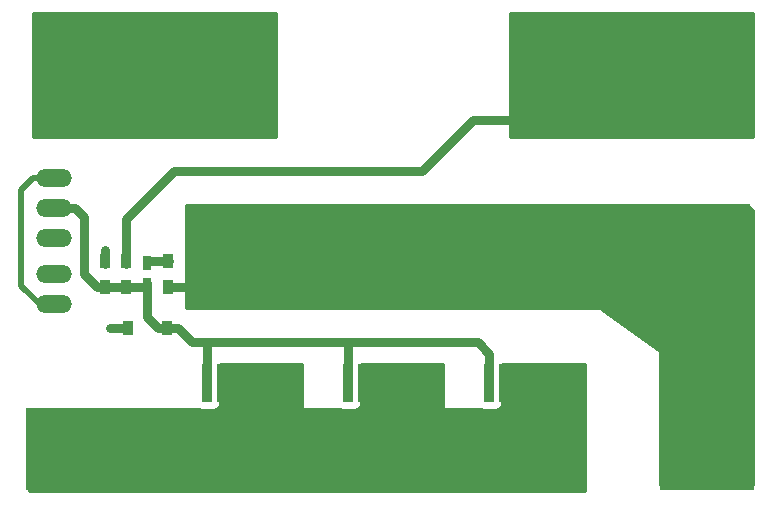
<source format=gbr>
G04 #@! TF.FileFunction,Copper,L1,Top,Signal*
%FSLAX46Y46*%
G04 Gerber Fmt 4.6, Leading zero omitted, Abs format (unit mm)*
G04 Created by KiCad (PCBNEW 4.0.2-stable) date 9/22/2016 9:13:19 PM*
%MOMM*%
G01*
G04 APERTURE LIST*
%ADD10C,0.100000*%
%ADD11O,3.014980X1.506220*%
%ADD12R,0.910000X1.220000*%
%ADD13C,2.000000*%
%ADD14R,10.800080X8.150860*%
%ADD15R,0.899160X3.200400*%
%ADD16R,0.750000X1.200000*%
%ADD17R,0.900000X1.200000*%
%ADD18R,8.000000X7.000000*%
%ADD19C,0.600000*%
%ADD20C,0.250000*%
%ADD21C,0.800000*%
%ADD22C,0.750000*%
%ADD23C,8.000000*%
%ADD24C,0.500000*%
%ADD25C,0.254000*%
G04 APERTURE END LIST*
D10*
D11*
X183362600Y-73380600D03*
X183362600Y-70840600D03*
X183362600Y-67818000D03*
X183362600Y-65278000D03*
X183362600Y-62738000D03*
D12*
X192897000Y-75438000D03*
X189627000Y-75438000D03*
D13*
X195730000Y-57810000D03*
X198270000Y-57810000D03*
X200810000Y-57810000D03*
X200810000Y-55270000D03*
X200810000Y-52730000D03*
X200810000Y-50190000D03*
X193190000Y-57810000D03*
X193190000Y-55270000D03*
X193190000Y-52730000D03*
X193190000Y-50190000D03*
X195730000Y-50190000D03*
X198270000Y-50190000D03*
X225730000Y-57810000D03*
X228270000Y-57810000D03*
X230810000Y-57810000D03*
X230810000Y-55270000D03*
X230810000Y-52730000D03*
X230810000Y-50190000D03*
X223190000Y-57810000D03*
X223190000Y-55270000D03*
X223190000Y-52730000D03*
X223190000Y-50190000D03*
X225730000Y-50190000D03*
X228270000Y-50190000D03*
D14*
X200152000Y-69537580D03*
D15*
X196342000Y-80139540D03*
X197612000Y-80139540D03*
X198882000Y-80139540D03*
X201422000Y-80139540D03*
X202692000Y-80139540D03*
X203962000Y-80139540D03*
D14*
X212090000Y-69537580D03*
D15*
X208280000Y-80139540D03*
X209550000Y-80139540D03*
X210820000Y-80139540D03*
X213360000Y-80139540D03*
X214630000Y-80139540D03*
X215900000Y-80139540D03*
D14*
X224028000Y-69537580D03*
D15*
X220218000Y-80139540D03*
X221488000Y-80139540D03*
X222758000Y-80139540D03*
X225298000Y-80139540D03*
X226568000Y-80139540D03*
X227838000Y-80139540D03*
D16*
X191262000Y-69916000D03*
X191262000Y-71816000D03*
D17*
X187706000Y-71966000D03*
X187706000Y-69766000D03*
X189484000Y-69766000D03*
X189484000Y-71966000D03*
X193040000Y-71966000D03*
X193040000Y-69766000D03*
D18*
X238610000Y-85725000D03*
X238500000Y-53500000D03*
X185000000Y-85725000D03*
X185500000Y-53500000D03*
D19*
X187007000Y-55511200D03*
X186007000Y-55511200D03*
X185007000Y-55511200D03*
X184007000Y-55511200D03*
X183007000Y-55511200D03*
X187007000Y-54511200D03*
X186007000Y-54511200D03*
X185007000Y-54511200D03*
X184007000Y-54511200D03*
X183007000Y-54511200D03*
X187007000Y-53511200D03*
X186007000Y-53511200D03*
X185007000Y-53511200D03*
X184007000Y-53511200D03*
X183007000Y-53511200D03*
X187007000Y-52511200D03*
X186007000Y-52511200D03*
X185007000Y-52511200D03*
X184007000Y-52511200D03*
X183007000Y-52511200D03*
X187007000Y-51511200D03*
X186007000Y-51511200D03*
X185007000Y-51511200D03*
X184007000Y-51511200D03*
X183007000Y-51511200D03*
X187007000Y-87743800D03*
X186007000Y-87743800D03*
X185007000Y-87743800D03*
X184007000Y-87743800D03*
X183007000Y-87743800D03*
X187007000Y-86743800D03*
X186007000Y-86743800D03*
X185007000Y-86743800D03*
X184007000Y-86743800D03*
X183007000Y-86743800D03*
X187007000Y-85743800D03*
X186007000Y-85743800D03*
X185007000Y-85743800D03*
X184007000Y-85743800D03*
X183007000Y-85743800D03*
X187007000Y-84743800D03*
X186007000Y-84743800D03*
X185007000Y-84743800D03*
X184007000Y-84743800D03*
X183007000Y-84743800D03*
X187007000Y-83743800D03*
X186007000Y-83743800D03*
X185007000Y-83743800D03*
X184007000Y-83743800D03*
X183007000Y-83743800D03*
X198602600Y-88312000D03*
X199618600Y-88312000D03*
X200609200Y-88312000D03*
X201599800Y-88312000D03*
X197612000Y-87325200D03*
X199618600Y-87312000D03*
X200609200Y-87312000D03*
X202612000Y-87299800D03*
X197612000Y-86309200D03*
X198612000Y-86309200D03*
X202612000Y-86309200D03*
X201612000Y-86309200D03*
X197612000Y-85318600D03*
X199618600Y-85312000D03*
X202612000Y-85318600D03*
X201612000Y-85318600D03*
X202612000Y-84302600D03*
X200609200Y-84312000D03*
X199618600Y-84312000D03*
X198602600Y-84312000D03*
X201599800Y-83312000D03*
X200609200Y-83312000D03*
X199618600Y-83312000D03*
X198602600Y-83312000D03*
X214804000Y-87325200D03*
X214804000Y-86309200D03*
X214804000Y-85318600D03*
X213791800Y-88312000D03*
X213804000Y-86309200D03*
X213804000Y-85318600D03*
X209804000Y-87325200D03*
X209804000Y-86309200D03*
X209804000Y-85318600D03*
X212801200Y-88312000D03*
X212801200Y-87312000D03*
X211810600Y-88312000D03*
X211810600Y-87312000D03*
X211804000Y-86312000D03*
X211810600Y-85312000D03*
X210794600Y-88312000D03*
X210804000Y-86309200D03*
X210820000Y-84312000D03*
X211810600Y-84312000D03*
X212801200Y-84312000D03*
X214804000Y-84302600D03*
X210820000Y-83312000D03*
X211810600Y-83312000D03*
X212801200Y-83312000D03*
X213791800Y-83312000D03*
X221615000Y-87325200D03*
X221615000Y-86309200D03*
X221615000Y-85318600D03*
X222605600Y-84312000D03*
X223621600Y-84312000D03*
X224612200Y-84312000D03*
X222615000Y-86309200D03*
X222605600Y-88312000D03*
X223621600Y-88312000D03*
X224612200Y-88312000D03*
X225628200Y-88312000D03*
X223621600Y-85312000D03*
X223621600Y-87312000D03*
X224612200Y-87312000D03*
X225615000Y-86309200D03*
X225615000Y-85318600D03*
X226615000Y-87299800D03*
X226615000Y-86309200D03*
X226615000Y-85318600D03*
X226615000Y-84302600D03*
X225615500Y-83312000D03*
X224612200Y-83312000D03*
X223621600Y-83312000D03*
X222605600Y-83312000D03*
X187706000Y-68834000D03*
X188087000Y-75438000D03*
X197612000Y-83312000D03*
X197612000Y-84312000D03*
X198612000Y-87312000D03*
X197612000Y-88312000D03*
X199612000Y-86312000D03*
X198612000Y-85312000D03*
X200612000Y-85312000D03*
X202612000Y-88312000D03*
X201612000Y-87312000D03*
X200612000Y-86312000D03*
X202612000Y-83312000D03*
X201612000Y-84312000D03*
X209804000Y-83312000D03*
X209804000Y-84312000D03*
X210804000Y-87312000D03*
X209804000Y-88312000D03*
X210804000Y-85312000D03*
X212804000Y-85312000D03*
X214804000Y-88312000D03*
X213804000Y-87312000D03*
X212804000Y-86312000D03*
X214804000Y-83312000D03*
X213804000Y-84312000D03*
X226615000Y-88312000D03*
X221615000Y-88312000D03*
X225615000Y-87312000D03*
X222615000Y-87312000D03*
X224615000Y-86312000D03*
X223615000Y-86312000D03*
X224615000Y-85312000D03*
X222615000Y-85312000D03*
X225615000Y-84312000D03*
X221615000Y-84312000D03*
X226615000Y-83312000D03*
X221615000Y-83312000D03*
X241007400Y-55485800D03*
X240007400Y-55485800D03*
X239007400Y-55485800D03*
X238007400Y-55485800D03*
X237007400Y-55485800D03*
X241007400Y-54485800D03*
X240007400Y-54485800D03*
X239007400Y-54485800D03*
X238007400Y-54485800D03*
X237007400Y-54485800D03*
X241007400Y-53485800D03*
X240007400Y-53485800D03*
X239007400Y-53485800D03*
X238007400Y-53485800D03*
X237007400Y-53485800D03*
X241007400Y-52485800D03*
X240007400Y-52485800D03*
X239007400Y-52485800D03*
X238007400Y-52485800D03*
X237007400Y-52485800D03*
X241007400Y-51485800D03*
X240007400Y-51485800D03*
X239007400Y-51485800D03*
X238007400Y-51485800D03*
X237007400Y-51485800D03*
X241007400Y-87718400D03*
X240007400Y-87718400D03*
X239007400Y-87718400D03*
X238007400Y-87718400D03*
X237007400Y-87718400D03*
X241007400Y-86718400D03*
X240007400Y-86718400D03*
X239007400Y-86718400D03*
X238007400Y-86718400D03*
X237007400Y-86718400D03*
X241007400Y-85718400D03*
X240007400Y-85718400D03*
X239007400Y-85718400D03*
X238007400Y-85718400D03*
X237007400Y-85718400D03*
X241007400Y-84718400D03*
X240007400Y-84718400D03*
X239007400Y-84718400D03*
X238007400Y-84718400D03*
X237007400Y-84718400D03*
X241007400Y-83718400D03*
X240007400Y-83718400D03*
X239007400Y-83718400D03*
X238007400Y-83718400D03*
X237007400Y-83718400D03*
X197612000Y-69997580D03*
X198612000Y-69997580D03*
X197612000Y-70997580D03*
X197612000Y-71997580D03*
X198612000Y-70997580D03*
X199612000Y-70997580D03*
X198612000Y-71997580D03*
X199612000Y-71997580D03*
X199612000Y-68997580D03*
X200612000Y-69997580D03*
X200612000Y-68997580D03*
X201612000Y-68997580D03*
X199612000Y-69997580D03*
X201612000Y-69997580D03*
X200612000Y-66997580D03*
X202612000Y-67997580D03*
X201612000Y-66997580D03*
X202612000Y-66997580D03*
X200612000Y-67997580D03*
X201612000Y-67997580D03*
X202612000Y-68997580D03*
X202612000Y-69997580D03*
X200612000Y-70997580D03*
X201612000Y-71997580D03*
X202612000Y-70997580D03*
X200612000Y-71997580D03*
X202612000Y-71997580D03*
X201612000Y-70997580D03*
X197612000Y-66997580D03*
X198612000Y-68997580D03*
X198612000Y-66997580D03*
X199612000Y-66997580D03*
X197612000Y-67997580D03*
X198612000Y-67997580D03*
X199612000Y-67997580D03*
X197612000Y-68997580D03*
X214550000Y-71997580D03*
X213550000Y-71997580D03*
X212550000Y-71997580D03*
X211550000Y-71997580D03*
X210550000Y-71997580D03*
X209550000Y-71997580D03*
X214550000Y-70997580D03*
X213550000Y-70997580D03*
X212550000Y-70997580D03*
X211550000Y-70997580D03*
X210550000Y-70997580D03*
X209550000Y-70997580D03*
X214550000Y-69997580D03*
X213550000Y-69997580D03*
X212550000Y-69997580D03*
X211550000Y-69997580D03*
X210550000Y-69997580D03*
X209550000Y-69997580D03*
X214550000Y-68997580D03*
X213550000Y-68997580D03*
X212550000Y-68997580D03*
X211550000Y-68997580D03*
X210550000Y-68997580D03*
X209550000Y-68997580D03*
X214550000Y-67997580D03*
X213550000Y-67997580D03*
X212550000Y-67997580D03*
X211550000Y-67997580D03*
X210550000Y-67997580D03*
X209550000Y-67997580D03*
X214550000Y-66997580D03*
X213550000Y-66997580D03*
X212550000Y-66997580D03*
X211550000Y-66997580D03*
X210550000Y-66997580D03*
X209550000Y-66997580D03*
X226488000Y-71997580D03*
X225488000Y-71997580D03*
X224488000Y-71997580D03*
X223488000Y-71997580D03*
X222488000Y-71997580D03*
X221488000Y-71997580D03*
X226488000Y-70997580D03*
X225488000Y-70997580D03*
X224488000Y-70997580D03*
X223488000Y-70997580D03*
X222488000Y-70997580D03*
X221488000Y-70997580D03*
X226488000Y-69997580D03*
X225488000Y-69997580D03*
X224488000Y-69997580D03*
X223488000Y-69997580D03*
X222488000Y-69997580D03*
X221488000Y-69997580D03*
X226488000Y-68997580D03*
X225488000Y-68997580D03*
X224488000Y-68997580D03*
X223488000Y-68997580D03*
X222488000Y-68997580D03*
X221488000Y-68997580D03*
X226488000Y-67997580D03*
X225488000Y-67997580D03*
X224488000Y-67997580D03*
X223488000Y-67997580D03*
X222488000Y-67997580D03*
X221488000Y-67997580D03*
X226488000Y-66997580D03*
X225488000Y-66997580D03*
X224488000Y-66997580D03*
X223488000Y-66997580D03*
X222488000Y-66997580D03*
X221488000Y-66997580D03*
D20*
X186007000Y-55511200D02*
X187007000Y-55511200D01*
X185007000Y-55511200D02*
X186007000Y-55511200D01*
X184007000Y-55511200D02*
X185007000Y-55511200D01*
X184007000Y-55511200D02*
X183007000Y-55511200D01*
X183007000Y-54511200D02*
X183007000Y-55511200D01*
X184007000Y-54511200D02*
X183007000Y-54511200D01*
X185007000Y-54511200D02*
X184007000Y-54511200D01*
X186007000Y-54511200D02*
X185007000Y-54511200D01*
X187007000Y-54511200D02*
X186007000Y-54511200D01*
X187007000Y-53511200D02*
X187007000Y-54511200D01*
X186007000Y-53511200D02*
X187007000Y-53511200D01*
X185007000Y-53511200D02*
X186007000Y-53511200D01*
X184007000Y-53511200D02*
X185007000Y-53511200D01*
X183007000Y-53511200D02*
X184007000Y-53511200D01*
X183007000Y-52511200D02*
X183007000Y-53511200D01*
X184007000Y-52511200D02*
X183007000Y-52511200D01*
X185007000Y-52511200D02*
X184007000Y-52511200D01*
X186007000Y-52511200D02*
X185007000Y-52511200D01*
X187007000Y-52511200D02*
X186007000Y-52511200D01*
X187007000Y-51511200D02*
X187007000Y-52511200D01*
X186007000Y-51511200D02*
X187007000Y-51511200D01*
X185007000Y-51511200D02*
X186007000Y-51511200D01*
X185007000Y-51511200D02*
X184007000Y-51511200D01*
X183007000Y-51511200D02*
X184007000Y-51511200D01*
X184007000Y-52511200D02*
X183007000Y-51511200D01*
X185007000Y-53511200D02*
X184007000Y-52511200D01*
X186007000Y-85743800D02*
X187007000Y-85743800D01*
X185007000Y-85743800D02*
X186007000Y-85743800D01*
X185007000Y-85743800D02*
X184007000Y-85743800D01*
X183007000Y-85743800D02*
X184007000Y-85743800D01*
X183007000Y-84743800D02*
X183007000Y-85743800D01*
X184007000Y-84743800D02*
X183007000Y-84743800D01*
X185007000Y-84743800D02*
X184007000Y-84743800D01*
X186007000Y-84743800D02*
X185007000Y-84743800D01*
X187007000Y-84743800D02*
X186007000Y-84743800D01*
X187007000Y-83743800D02*
X187007000Y-84743800D01*
X186007000Y-83743800D02*
X187007000Y-83743800D01*
X185007000Y-83743800D02*
X186007000Y-83743800D01*
X184007000Y-83743800D02*
X185007000Y-83743800D01*
X184007000Y-83743800D02*
X184007000Y-84743800D01*
X184007000Y-84743800D02*
X185007000Y-85743800D01*
X183007000Y-83743800D02*
X184007000Y-83743800D01*
X184007000Y-87743800D02*
X183007000Y-87743800D01*
X185007000Y-87743800D02*
X184007000Y-87743800D01*
X186007000Y-87743800D02*
X185007000Y-87743800D01*
X187007000Y-87743800D02*
X186007000Y-87743800D01*
X187007000Y-86743800D02*
X187007000Y-87743800D01*
X187007000Y-86743800D02*
X186018800Y-86743800D01*
X186018800Y-86743800D02*
X185000000Y-85725000D01*
X186007000Y-86743800D02*
X187007000Y-86743800D01*
X185007000Y-86743800D02*
X186007000Y-86743800D01*
X184007000Y-86743800D02*
X185007000Y-86743800D01*
X183007000Y-86743800D02*
X184007000Y-86743800D01*
X183007000Y-85743800D02*
X183007000Y-86743800D01*
X185007000Y-85743800D02*
X185007000Y-85732000D01*
X185007000Y-85732000D02*
X185000000Y-85725000D01*
X183007000Y-83743800D02*
X185007000Y-85743800D01*
X225628200Y-88312000D02*
X224612200Y-88312000D01*
X226615000Y-88312000D02*
X225628200Y-88312000D01*
X224615000Y-85312000D02*
X223621600Y-85312000D01*
X224612200Y-87312000D02*
X223621600Y-87312000D01*
X225615000Y-87312000D02*
X224612200Y-87312000D01*
X225615000Y-85318600D02*
X225615000Y-86309200D01*
X225615000Y-84312000D02*
X225615000Y-85318600D01*
X226615000Y-86309200D02*
X226615000Y-87299800D01*
X226615000Y-85318600D02*
X226615000Y-86309200D01*
X226615000Y-84302600D02*
X226615000Y-85318600D01*
X226615000Y-83312000D02*
X226615000Y-84302600D01*
X224663000Y-83312000D02*
X225615500Y-83312000D01*
X221615000Y-83312000D02*
X222631000Y-83312000D01*
D21*
X187706000Y-70000000D02*
X187706000Y-68834000D01*
X189627000Y-75438000D02*
X188087000Y-75438000D01*
D20*
X209804000Y-83312000D02*
X209804000Y-80393540D01*
X209804000Y-80393540D02*
X209550000Y-80139540D01*
X197612000Y-83312000D02*
X197612000Y-80139540D01*
X197485000Y-83185000D02*
X197612000Y-83312000D01*
X209677000Y-83185000D02*
X209804000Y-83312000D01*
X221488000Y-80139540D02*
X221488000Y-83185000D01*
X221488000Y-83185000D02*
X221615000Y-83312000D01*
D21*
X183362600Y-65278000D02*
X185120090Y-65278000D01*
X185120090Y-65278000D02*
X185928000Y-66085910D01*
X185928000Y-66085910D02*
X185928000Y-66936620D01*
X187706000Y-71966000D02*
X187006000Y-71966000D01*
X187006000Y-71966000D02*
X185928000Y-70888000D01*
X185928000Y-70888000D02*
X185928000Y-70612000D01*
X185928000Y-70612000D02*
X185928000Y-66936620D01*
X219252800Y-76657200D02*
X208280000Y-76657200D01*
X208280000Y-76657200D02*
X196392800Y-76657200D01*
X208280000Y-80139540D02*
X208280000Y-78289340D01*
X208280000Y-78289340D02*
X208280000Y-76657200D01*
X196392800Y-76657200D02*
X195046600Y-76657200D01*
X196342000Y-80139540D02*
X196342000Y-76708000D01*
D20*
X196342000Y-76708000D02*
X196392800Y-76657200D01*
D21*
X195046600Y-76657200D02*
X193827400Y-75438000D01*
X193827400Y-75438000D02*
X192897000Y-75438000D01*
X220218000Y-77622400D02*
X219252800Y-76657200D01*
X220218000Y-80139540D02*
X220218000Y-77622400D01*
X191262000Y-71616000D02*
X191262000Y-74508000D01*
X191262000Y-74508000D02*
X192192000Y-75438000D01*
X192192000Y-75438000D02*
X192897000Y-75438000D01*
X187722000Y-71930000D02*
X189500000Y-71930000D01*
X191240000Y-71930000D02*
X189462000Y-71930000D01*
X193078000Y-69810000D02*
X191300000Y-69810000D01*
D22*
X193510000Y-62180000D02*
X189484000Y-66206000D01*
X189484000Y-66206000D02*
X189484000Y-70000000D01*
X214495787Y-62180000D02*
X193510000Y-62180000D01*
X223190000Y-57810000D02*
X218865787Y-57810000D01*
X218865787Y-57810000D02*
X214495787Y-62180000D01*
D20*
X238007400Y-55485800D02*
X237007400Y-55485800D01*
X239007400Y-55485800D02*
X238007400Y-55485800D01*
X240007400Y-55485800D02*
X239007400Y-55485800D01*
X241007400Y-55485800D02*
X240007400Y-55485800D01*
X241007400Y-54485800D02*
X241007400Y-55485800D01*
X240007400Y-54485800D02*
X241007400Y-54485800D01*
X239007400Y-54485800D02*
X240007400Y-54485800D01*
X238007400Y-54485800D02*
X239007400Y-54485800D01*
X237007400Y-54485800D02*
X238007400Y-54485800D01*
X237007400Y-53485800D02*
X237007400Y-54485800D01*
X238007400Y-53485800D02*
X237007400Y-53485800D01*
X239007400Y-53485800D02*
X238007400Y-53485800D01*
X240007400Y-53485800D02*
X239007400Y-53485800D01*
X241007400Y-53485800D02*
X240007400Y-53485800D01*
X241007400Y-52485800D02*
X241007400Y-53485800D01*
X240007400Y-52485800D02*
X241007400Y-52485800D01*
X239007400Y-52485800D02*
X240007400Y-52485800D01*
X238007400Y-52485800D02*
X239007400Y-52485800D01*
X238007400Y-52485800D02*
X237007400Y-52485800D01*
X237007400Y-51485800D02*
X237007400Y-52485800D01*
X238007400Y-51485800D02*
X237007400Y-51485800D01*
X239007400Y-51485800D02*
X238007400Y-51485800D01*
X240007400Y-51485800D02*
X239007400Y-51485800D01*
X241007400Y-51485800D02*
X240007400Y-51485800D01*
X241007400Y-51485800D02*
X239007400Y-53485800D01*
X241007400Y-86718400D02*
X241007400Y-87718400D01*
X240007400Y-86718400D02*
X241007400Y-86718400D01*
X240007400Y-87718400D02*
X240007400Y-86718400D01*
X239007400Y-87718400D02*
X240007400Y-87718400D01*
X239007400Y-86718400D02*
X239007400Y-87718400D01*
X238007400Y-86718400D02*
X239007400Y-86718400D01*
X238007400Y-87718400D02*
X238007400Y-86718400D01*
X237007400Y-87718400D02*
X238007400Y-87718400D01*
X237007400Y-86718400D02*
X237007400Y-87718400D01*
X237007400Y-85718400D02*
X237007400Y-86718400D01*
X238007400Y-85718400D02*
X237007400Y-85718400D01*
X239007400Y-85718400D02*
X238007400Y-85718400D01*
X240007400Y-85718400D02*
X239007400Y-85718400D01*
X241007400Y-85718400D02*
X240007400Y-85718400D01*
X241007400Y-84718400D02*
X241007400Y-85718400D01*
X240007400Y-84718400D02*
X241007400Y-84718400D01*
X239007400Y-84718400D02*
X240007400Y-84718400D01*
X238007400Y-84718400D02*
X239007400Y-84718400D01*
X238007400Y-84718400D02*
X237007400Y-84718400D01*
X237007400Y-83718400D02*
X237007400Y-84718400D01*
X238007400Y-83718400D02*
X237007400Y-83718400D01*
X239007400Y-83718400D02*
X238007400Y-83718400D01*
X240007400Y-83718400D02*
X239007400Y-83718400D01*
X240007400Y-83718400D02*
X240007400Y-84718400D01*
X240007400Y-84718400D02*
X239007400Y-85718400D01*
X241007400Y-83718400D02*
X240007400Y-83718400D01*
X226488000Y-67997580D02*
X226488000Y-66997580D01*
X226488000Y-68997580D02*
X226488000Y-67997580D01*
X226488000Y-69997580D02*
X226488000Y-68997580D01*
X226488000Y-70997580D02*
X226488000Y-69997580D01*
X226488000Y-71997580D02*
X226488000Y-70997580D01*
X225488000Y-71997580D02*
X226488000Y-71997580D01*
X225488000Y-70997580D02*
X225488000Y-71997580D01*
X225488000Y-69997580D02*
X225488000Y-70997580D01*
X225488000Y-69997580D02*
X225488000Y-68997580D01*
X225488000Y-68997580D02*
X223488000Y-68997580D01*
X223488000Y-68997580D02*
X221488000Y-66997580D01*
X225488000Y-67997580D02*
X225488000Y-68997580D01*
X225488000Y-66997580D02*
X225488000Y-67997580D01*
X224488000Y-66997580D02*
X225488000Y-66997580D01*
X224488000Y-67997580D02*
X224488000Y-66997580D01*
X224488000Y-68997580D02*
X224488000Y-67997580D01*
X224488000Y-69997580D02*
X224488000Y-68997580D01*
X224488000Y-70997580D02*
X224488000Y-69997580D01*
X224488000Y-71997580D02*
X224488000Y-70997580D01*
X223488000Y-71997580D02*
X224488000Y-71997580D01*
X223488000Y-70997580D02*
X223488000Y-71997580D01*
X223488000Y-69997580D02*
X223488000Y-70997580D01*
X223488000Y-68997580D02*
X223488000Y-69997580D01*
X223488000Y-67997580D02*
X223488000Y-68997580D01*
X223488000Y-66997580D02*
X223488000Y-67997580D01*
X222488000Y-66997580D02*
X223488000Y-66997580D01*
X224028000Y-69537580D02*
X212090000Y-69537580D01*
X222488000Y-67997580D02*
X222488000Y-66997580D01*
X222488000Y-68997580D02*
X222488000Y-67997580D01*
X222488000Y-69997580D02*
X222488000Y-68997580D01*
X222488000Y-70997580D02*
X222488000Y-69997580D01*
X222488000Y-71997580D02*
X222488000Y-70997580D01*
X221488000Y-71997580D02*
X222488000Y-71997580D01*
X221488000Y-70997580D02*
X221488000Y-71997580D01*
X221488000Y-69997580D02*
X221488000Y-70997580D01*
X221488000Y-68997580D02*
X221488000Y-69997580D01*
X221488000Y-67997580D02*
X221488000Y-68997580D01*
X221488000Y-67997580D02*
X221488000Y-66997580D01*
X222488000Y-67997580D02*
X221488000Y-67997580D01*
X221488000Y-66997580D02*
X222488000Y-66997580D01*
D23*
X212090000Y-69537580D02*
X200152000Y-69537580D01*
D21*
X193750000Y-71960000D02*
X198083580Y-71960000D01*
D20*
X198073580Y-71616000D02*
X200152000Y-69537580D01*
D21*
X193100000Y-71960000D02*
X193800000Y-71960000D01*
D20*
X195818420Y-69537580D02*
X200152000Y-69537580D01*
D24*
X180594000Y-71861490D02*
X180594000Y-64660000D01*
X180594000Y-64660000D02*
X180594000Y-64396620D01*
X183362600Y-62738000D02*
X181605110Y-62738000D01*
X181605110Y-62738000D02*
X180594000Y-63749110D01*
X180594000Y-63749110D02*
X180594000Y-64660000D01*
D20*
X183134000Y-73406000D02*
X182138510Y-73406000D01*
D24*
X182138510Y-73406000D02*
X180594000Y-71861490D01*
D25*
G36*
X204343000Y-82169000D02*
X204353006Y-82218410D01*
X204381447Y-82260035D01*
X204423841Y-82287315D01*
X204470000Y-82296000D01*
X207519738Y-82296000D01*
X207578530Y-82336171D01*
X207830420Y-82387180D01*
X208729580Y-82387180D01*
X208964897Y-82342902D01*
X209037785Y-82296000D01*
X209042000Y-82296000D01*
X209091410Y-82285994D01*
X209133035Y-82257553D01*
X209158124Y-82218564D01*
X209181021Y-82203830D01*
X209326011Y-81991630D01*
X209377020Y-81739740D01*
X209377020Y-78539340D01*
X209366983Y-78486000D01*
X216281000Y-78486000D01*
X216281000Y-82169000D01*
X216291006Y-82218410D01*
X216319447Y-82260035D01*
X216361841Y-82287315D01*
X216408000Y-82296000D01*
X219457738Y-82296000D01*
X219516530Y-82336171D01*
X219768420Y-82387180D01*
X220667580Y-82387180D01*
X220902897Y-82342902D01*
X220975785Y-82296000D01*
X220980000Y-82296000D01*
X221029410Y-82285994D01*
X221071035Y-82257553D01*
X221096124Y-82218564D01*
X221119021Y-82203830D01*
X221264011Y-81991630D01*
X221315020Y-81739740D01*
X221315020Y-78539340D01*
X221304983Y-78486000D01*
X228346000Y-78486000D01*
X228346000Y-89281000D01*
X181229000Y-89281000D01*
X181229000Y-82296000D01*
X195581738Y-82296000D01*
X195640530Y-82336171D01*
X195892420Y-82387180D01*
X196791580Y-82387180D01*
X197026897Y-82342902D01*
X197099785Y-82296000D01*
X197104000Y-82296000D01*
X197153410Y-82285994D01*
X197195035Y-82257553D01*
X197220124Y-82218564D01*
X197243021Y-82203830D01*
X197388011Y-81991630D01*
X197439020Y-81739740D01*
X197439020Y-78539340D01*
X197428983Y-78486000D01*
X204343000Y-78486000D01*
X204343000Y-82169000D01*
X204343000Y-82169000D01*
G37*
X204343000Y-82169000D02*
X204353006Y-82218410D01*
X204381447Y-82260035D01*
X204423841Y-82287315D01*
X204470000Y-82296000D01*
X207519738Y-82296000D01*
X207578530Y-82336171D01*
X207830420Y-82387180D01*
X208729580Y-82387180D01*
X208964897Y-82342902D01*
X209037785Y-82296000D01*
X209042000Y-82296000D01*
X209091410Y-82285994D01*
X209133035Y-82257553D01*
X209158124Y-82218564D01*
X209181021Y-82203830D01*
X209326011Y-81991630D01*
X209377020Y-81739740D01*
X209377020Y-78539340D01*
X209366983Y-78486000D01*
X216281000Y-78486000D01*
X216281000Y-82169000D01*
X216291006Y-82218410D01*
X216319447Y-82260035D01*
X216361841Y-82287315D01*
X216408000Y-82296000D01*
X219457738Y-82296000D01*
X219516530Y-82336171D01*
X219768420Y-82387180D01*
X220667580Y-82387180D01*
X220902897Y-82342902D01*
X220975785Y-82296000D01*
X220980000Y-82296000D01*
X221029410Y-82285994D01*
X221071035Y-82257553D01*
X221096124Y-82218564D01*
X221119021Y-82203830D01*
X221264011Y-81991630D01*
X221315020Y-81739740D01*
X221315020Y-78539340D01*
X221304983Y-78486000D01*
X228346000Y-78486000D01*
X228346000Y-89281000D01*
X181229000Y-89281000D01*
X181229000Y-82296000D01*
X195581738Y-82296000D01*
X195640530Y-82336171D01*
X195892420Y-82387180D01*
X196791580Y-82387180D01*
X197026897Y-82342902D01*
X197099785Y-82296000D01*
X197104000Y-82296000D01*
X197153410Y-82285994D01*
X197195035Y-82257553D01*
X197220124Y-82218564D01*
X197243021Y-82203830D01*
X197388011Y-81991630D01*
X197439020Y-81739740D01*
X197439020Y-78539340D01*
X197428983Y-78486000D01*
X204343000Y-78486000D01*
X204343000Y-82169000D01*
G36*
X202184000Y-59309000D02*
X181610000Y-59309000D01*
X181610000Y-48768000D01*
X202184000Y-48768000D01*
X202184000Y-59309000D01*
X202184000Y-59309000D01*
G37*
X202184000Y-59309000D02*
X181610000Y-59309000D01*
X181610000Y-48768000D01*
X202184000Y-48768000D01*
X202184000Y-59309000D01*
G36*
X242540000Y-59309000D02*
X221928898Y-59309000D01*
X221928898Y-48768000D01*
X242540000Y-48768000D01*
X242540000Y-59309000D01*
X242540000Y-59309000D01*
G37*
X242540000Y-59309000D02*
X221928898Y-59309000D01*
X221928898Y-48768000D01*
X242540000Y-48768000D01*
X242540000Y-59309000D01*
G36*
X242540000Y-65539049D02*
X242540000Y-88773000D01*
X234696000Y-88773000D01*
X234696000Y-77470000D01*
X234685994Y-77420590D01*
X234643067Y-77366835D01*
X229690067Y-73810835D01*
X229644095Y-73790147D01*
X229616000Y-73787000D01*
X194564000Y-73787000D01*
X194564000Y-65024000D01*
X242127961Y-65024000D01*
X242540000Y-65539049D01*
X242540000Y-65539049D01*
G37*
X242540000Y-65539049D02*
X242540000Y-88773000D01*
X234696000Y-88773000D01*
X234696000Y-77470000D01*
X234685994Y-77420590D01*
X234643067Y-77366835D01*
X229690067Y-73810835D01*
X229644095Y-73790147D01*
X229616000Y-73787000D01*
X194564000Y-73787000D01*
X194564000Y-65024000D01*
X242127961Y-65024000D01*
X242540000Y-65539049D01*
M02*

</source>
